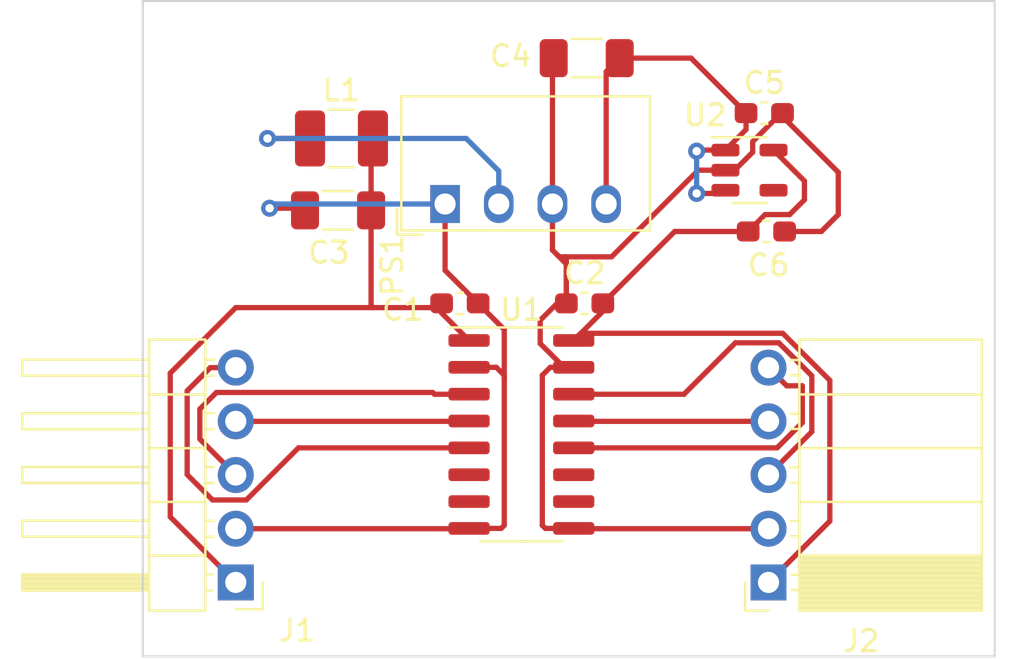
<source format=kicad_pcb>
(kicad_pcb (version 20211014) (generator pcbnew)
  (layers (0 "F.Cu" signal) (31 "B.Cu" signal) (34 "B.Paste" user) (35 "F.Paste" user) (36 "B.SilkS" user "B.Silkscreen") (37 "F.SilkS" user "F.Silkscreen") (38 "B.Mask" user) (39 "F.Mask" user) (44 "Edge.Cuts" user))
  (net 0 "")
  (net 1 "GNDPWR")
  (net 2 "Net-(J2-Pad3)")
  (net 3 "Net-(J2-Pad4)")
  (net 6 "GND")
  (net 8 "Net-(C4-Pad1)")
  (net 9 "Net-(J1-Pad3)")
  (net 10 "Net-(J1-Pad4)")
  (net 11 "Net-(J1-Pad5)")
  (net 13 "Net-(L1-Pad1)")
  (net 14 "VD")
  (net 15 "Net-(J2-Pad5)")
  (net 16 "+5V")
  (footprint "Capacitor_SMD:C_1206_3216Metric_Pad1.33x1.80mm_HandSolder" (layer "F.Cu") (at 167.7 72.7 180)
    (fp_text reference "C4" (at 3.6 0.1) (layer "F.SilkS"))
    (fp_text value "10uF")
    (fp_line (start -0.711252 -0.91) (end 0.711252 -0.91) (layer "F.SilkS") (width 0.12))
    (fp_line (start -0.711252 0.91) (end 0.711252 0.91) (layer "F.SilkS") (width 0.12))
    (pad "1" smd roundrect (at -1.5625 0 180) (size 1.325 1.8) (layers "F.Cu" "F.Paste" "F.Mask") (roundrect_rratio 0.1886792453) (net 8 "Net-(C4-Pad1)"))
    (pad "2" smd roundrect (at 1.5625 0 180) (size 1.325 1.8) (layers "F.Cu" "F.Paste" "F.Mask") (roundrect_rratio 0.1886792453) (net 6 "GND"))
  )
  (footprint "Package_SO:SOIC-16_3.9x9.9mm_P1.27mm" (layer "F.Cu") (at 164.61 90.5)
    (fp_text reference "U1" (at 0 -5.9) (layer "F.SilkS"))
    (fp_text value "pi141x3x")
    (fp_line (start 0 5.06) (end -1.95 5.06) (layer "F.SilkS") (width 0.12))
    (fp_line (start 0 -5.06) (end -3.45 -5.06) (layer "F.SilkS") (width 0.12))
    (fp_line (start 0 -5.06) (end 1.95 -5.06) (layer "F.SilkS") (width 0.12))
    (fp_line (start 0 5.06) (end 1.95 5.06) (layer "F.SilkS") (width 0.12))
    (pad "1" smd roundrect (at -2.475 -4.445) (size 1.95 0.6) (layers "F.Cu" "F.Paste" "F.Mask") (net 14 "VD"))
    (pad "2" smd roundrect (at -2.475 -3.175) (size 1.95 0.6) (layers "F.Cu" "F.Paste" "F.Mask") (net 1 "GNDPWR"))
    (pad "3" smd roundrect (at -2.475 -1.905) (size 1.95 0.6) (layers "F.Cu" "F.Paste" "F.Mask") (net 9 "Net-(J1-Pad3)"))
    (pad "4" smd roundrect (at -2.475 -0.635) (size 1.95 0.6) (layers "F.Cu" "F.Paste" "F.Mask") (net 10 "Net-(J1-Pad4)"))
    (pad "5" smd roundrect (at -2.475 0.635) (size 1.95 0.6) (layers "F.Cu" "F.Paste" "F.Mask") (net 11 "Net-(J1-Pad5)"))
    (pad "6" smd roundrect (at -2.475 1.905) (size 1.95 0.6) (layers "F.Cu" "F.Paste" "F.Mask"))
    (pad "7" smd roundrect (at -2.475 3.175) (size 1.95 0.6) (layers "F.Cu" "F.Paste" "F.Mask"))
    (pad "8" smd roundrect (at -2.475 4.445) (size 1.95 0.6) (layers "F.Cu" "F.Paste" "F.Mask") (net 1 "GNDPWR"))
    (pad "9" smd roundrect (at 2.475 4.445) (size 1.95 0.6) (layers "F.Cu" "F.Paste" "F.Mask") (net 6 "GND"))
    (pad "10" smd roundrect (at 2.475 3.175) (size 1.95 0.6) (layers "F.Cu" "F.Paste" "F.Mask"))
    (pad "11" smd roundrect (at 2.475 1.905) (size 1.95 0.6) (layers "F.Cu" "F.Paste" "F.Mask") (net 6 "GND"))
    (pad "12" smd roundrect (at 2.475 0.635) (size 1.95 0.6) (layers "F.Cu" "F.Paste" "F.Mask") (net 15 "Net-(J2-Pad5)"))
    (pad "13" smd roundrect (at 2.475 -0.635) (size 1.95 0.6) (layers "F.Cu" "F.Paste" "F.Mask") (net 3 "Net-(J2-Pad4)"))
    (pad "14" smd roundrect (at 2.475 -1.905) (size 1.95 0.6) (layers "F.Cu" "F.Paste" "F.Mask") (net 2 "Net-(J2-Pad3)"))
    (pad "15" smd roundrect (at 2.475 -3.175) (size 1.95 0.6) (layers "F.Cu" "F.Paste" "F.Mask") (net 6 "GND"))
    (pad "16" smd roundrect (at 2.475 -4.445) (size 1.95 0.6) (layers "F.Cu" "F.Paste" "F.Mask") (net 16 "+5V"))
  )
  (footprint "Connector_PinHeader_2.54mm:PinHeader_1x05_P2.54mm_Horizontal" (layer "F.Cu") (at 151.1 97.5 180)
    (fp_text reference "J1" (at -2.9 -2.27) (layer "F.SilkS"))
    (fp_text value "Conn_01x05_Male")
    (fp_line (start 4.1 2.16) (end 10.1 2.16) (layer "F.SilkS") (width 0.12))
    (fp_line (start 4.1 -1.33) (end 1.44 -1.33) (layer "F.SilkS") (width 0.12))
    (fp_line (start 4.1 4.7) (end 10.1 4.7) (layer "F.SilkS") (width 0.12))
    (fp_line (start 10.1 2.92) (end 4.1 2.92) (layer "F.SilkS") (width 0.12))
    (fp_line (start -1.27 -1.27) (end 0 -1.27) (layer "F.SilkS") (width 0.12))
    (fp_line (start 4.1 0.16) (end 10.1 0.16) (layer "F.SilkS") (width 0.12))
    (fp_line (start 10.1 4.7) (end 10.1 5.46) (layer "F.SilkS") (width 0.12))
    (fp_line (start 10.1 10.54) (end 4.1 10.54) (layer "F.SilkS") (width 0.12))
    (fp_line (start 1.44 -1.33) (end 1.44 11.49) (layer "F.SilkS") (width 0.12))
    (fp_line (start 1.44 11.49) (end 4.1 11.49) (layer "F.SilkS") (width 0.12))
    (fp_line (start 1.44 8.89) (end 4.1 8.89) (layer "F.SilkS") (width 0.12))
    (fp_line (start 1.042929 10.54) (end 1.44 10.54) (layer "F.SilkS") (width 0.12))
    (fp_line (start 10.1 9.78) (end 10.1 10.54) (layer "F.SilkS") (width 0.12))
    (fp_line (start 1.042929 2.92) (end 1.44 2.92) (layer "F.SilkS") (width 0.12))
    (fp_line (start 1.11 0.38) (end 1.44 0.38) (layer "F.SilkS") (width 0.12))
    (fp_line (start 1.042929 2.16) (end 1.44 2.16) (layer "F.SilkS") (width 0.12))
    (fp_line (start 4.1 0.28) (end 10.1 0.28) (layer "F.SilkS") (width 0.12))
    (fp_line (start 4.1 -0.38) (end 10.1 -0.38) (layer "F.SilkS") (width 0.12))
    (fp_line (start 10.1 0.38) (end 4.1 0.38) (layer "F.SilkS") (width 0.12))
    (fp_line (start 10.1 7.24) (end 10.1 8) (layer "F.SilkS") (width 0.12))
    (fp_line (start 4.1 11.49) (end 4.1 -1.33) (layer "F.SilkS") (width 0.12))
    (fp_line (start 4.1 0.04) (end 10.1 0.04) (layer "F.SilkS") (width 0.12))
    (fp_line (start 10.1 5.46) (end 4.1 5.46) (layer "F.SilkS") (width 0.12))
    (fp_line (start 1.44 6.35) (end 4.1 6.35) (layer "F.SilkS") (width 0.12))
    (fp_line (start 4.1 9.78) (end 10.1 9.78) (layer "F.SilkS") (width 0.12))
    (fp_line (start 1.44 1.27) (end 4.1 1.27) (layer "F.SilkS") (width 0.12))
    (fp_line (start 4.1 -0.32) (end 10.1 -0.32) (layer "F.SilkS") (width 0.12))
    (fp_line (start 4.1 -0.2) (end 10.1 -0.2) (layer "F.SilkS") (width 0.12))
    (fp_line (start 1.042929 7.24) (end 1.44 7.24) (layer "F.SilkS") (width 0.12))
    (fp_line (start 1.042929 8) (end 1.44 8) (layer "F.SilkS") (width 0.12))
    (fp_line (start 1.042929 4.7) (end 1.44 4.7) (layer "F.SilkS") (width 0.12))
    (fp_line (start 4.1 -0.08) (end 10.1 -0.08) (layer "F.SilkS") (width 0.12))
    (fp_line (start 1.11 -0.38) (end 1.44 -0.38) (layer "F.SilkS") (width 0.12))
    (fp_line (start 10.1 8) (end 4.1 8) (layer "F.SilkS") (width 0.12))
    (fp_line (start 10.1 -0.38) (end 10.1 0.38) (layer "F.SilkS") (width 0.12))
    (fp_line (start 1.042929 9.78) (end 1.44 9.78) (layer "F.SilkS") (width 0.12))
    (fp_line (start 1.042929 5.46) (end 1.44 5.46) (layer "F.SilkS") (width 0.12))
    (fp_line (start 10.1 2.16) (end 10.1 2.92) (layer "F.SilkS") (width 0.12))
    (fp_line (start 4.1 7.24) (end 10.1 7.24) (layer "F.SilkS") (width 0.12))
    (fp_line (start 1.44 3.81) (end 4.1 3.81) (layer "F.SilkS") (width 0.12))
    (fp_line (start -1.27 0) (end -1.27 -1.27) (layer "F.SilkS") (width 0.12))
    (pad "1" thru_hole rect (at 0 0 180) (size 1.7 1.7) (drill 1) (layers *.Cu *.Mask) (net 14 "VD"))
    (pad "2" thru_hole oval (at 0 2.54 180) (size 1.7 1.7) (drill 1) (layers *.Cu *.Mask) (net 1 "GNDPWR"))
    (pad "3" thru_hole oval (at 0 5.08 180) (size 1.7 1.7) (drill 1) (layers *.Cu *.Mask) (net 9 "Net-(J1-Pad3)"))
    (pad "4" thru_hole oval (at 0 7.62 180) (size 1.7 1.7) (drill 1) (layers *.Cu *.Mask) (net 10 "Net-(J1-Pad4)"))
    (pad "5" thru_hole oval (at 0 10.16 180) (size 1.7 1.7) (drill 1) (layers *.Cu *.Mask) (net 11 "Net-(J1-Pad5)"))
  )
  (footprint "Capacitor_SMD:C_0603_1608Metric_Pad1.08x0.95mm_HandSolder" (layer "F.Cu") (at 176.1 75.3)
    (fp_text reference "C5" (at 0 -1.43) (layer "F.SilkS"))
    (fp_text value "1uF")
    (fp_line (start -0.146267 0.51) (end 0.146267 0.51) (layer "F.SilkS") (width 0.12))
    (fp_line (start -0.146267 -0.51) (end 0.146267 -0.51) (layer "F.SilkS") (width 0.12))
    (pad "1" smd roundrect (at -0.8625 0) (size 1.075 0.95) (layers "F.Cu" "F.Paste" "F.Mask") (net 8 "Net-(C4-Pad1)"))
    (pad "2" smd roundrect (at 0.8625 0) (size 1.075 0.95) (layers "F.Cu" "F.Paste" "F.Mask") (net 6 "GND"))
  )
  (footprint "Capacitor_SMD:C_1206_3216Metric_Pad1.33x1.80mm_HandSolder" (layer "F.Cu") (at 155.9375 79.9 180)
    (fp_text reference "C3" (at 0.4375 -2) (layer "F.SilkS"))
    (fp_text value "4.7uF")
    (fp_line (start -0.711252 -0.91) (end 0.711252 -0.91) (layer "F.SilkS") (width 0.12))
    (fp_line (start -0.711252 0.91) (end 0.711252 0.91) (layer "F.SilkS") (width 0.12))
    (pad "1" smd roundrect (at -1.5625 0 180) (size 1.325 1.8) (layers "F.Cu" "F.Paste" "F.Mask") (roundrect_rratio 0.1886792453) (net 14 "VD"))
    (pad "2" smd roundrect (at 1.5625 0 180) (size 1.325 1.8) (layers "F.Cu" "F.Paste" "F.Mask") (roundrect_rratio 0.1886792453) (net 1 "GNDPWR"))
  )
  (footprint "Converter_DCDC:Converter_DCDC_Murata_CRE1xxxxxx3C_THT" (layer "F.Cu") (at 161 79.6 90)
    (fp_text reference "PS1" (at -2.9 -2.5 90) (layer "F.SilkS"))
    (fp_text value "B0305S-1WR2")
    (fp_line (start -1.45 -2.27) (end -1.45 -1.07) (layer "F.SilkS") (width 0.12))
    (fp_line (start -0.25 -2.27) (end -1.45 -2.27) (layer "F.SilkS") (width 0.12))
    (fp_line (start 5.09 9.7) (end -1.25 9.7) (layer "F.SilkS") (width 0.12))
    (fp_line (start -1.25 -2.07) (end -1.25 9.7) (layer "F.SilkS") (width 0.12))
    (fp_line (start 5.09 -2.07) (end -1.25 -2.07) (layer "F.SilkS") (width 0.12))
    (fp_line (start 5.09 -2.07) (end 5.09 9.7) (layer "F.SilkS") (width 0.12))
    (pad "1" thru_hole rect (at 0 0) (size 1.4 1.8) (drill 1) (layers *.Cu *.Mask) (net 1 "GNDPWR"))
    (pad "2" thru_hole oval (at 0 2.54) (size 1.4 1.8) (drill 1) (layers *.Cu *.Mask) (net 13 "Net-(L1-Pad1)"))
    (pad "3" thru_hole oval (at 0 5.08) (size 1.4 1.8) (drill 1) (layers *.Cu *.Mask) (net 6 "GND"))
    (pad "4" thru_hole oval (at 0 7.62) (size 1.4 1.8) (drill 1) (layers *.Cu *.Mask) (net 8 "Net-(C4-Pad1)"))
  )
  (footprint "Capacitor_SMD:C_0603_1608Metric_Pad1.08x0.95mm_HandSolder" (layer "F.Cu") (at 167.6 84.3)
    (fp_text reference "C2" (at 0 -1.43) (layer "F.SilkS"))
    (fp_text value "100nF")
    (fp_line (start -0.146267 -0.51) (end 0.146267 -0.51) (layer "F.SilkS") (width 0.12))
    (fp_line (start -0.146267 0.51) (end 0.146267 0.51) (layer "F.SilkS") (width 0.12))
    (pad "1" smd roundrect (at -0.8625 0) (size 1.075 0.95) (layers "F.Cu" "F.Paste" "F.Mask") (net 6 "GND"))
    (pad "2" smd roundrect (at 0.8625 0) (size 1.075 0.95) (layers "F.Cu" "F.Paste" "F.Mask") (net 16 "+5V"))
  )
  (footprint "Capacitor_SMD:C_0603_1608Metric_Pad1.08x0.95mm_HandSolder" (layer "F.Cu") (at 176.2 80.9)
    (fp_text reference "C6" (at 0.1 1.6) (layer "F.SilkS"))
    (fp_text value "1uF")
    (fp_line (start -0.146267 0.51) (end 0.146267 0.51) (layer "F.SilkS") (width 0.12))
    (fp_line (start -0.146267 -0.51) (end 0.146267 -0.51) (layer "F.SilkS") (width 0.12))
    (pad "1" smd roundrect (at -0.8625 0) (size 1.075 0.95) (layers "F.Cu" "F.Paste" "F.Mask") (net 16 "+5V"))
    (pad "2" smd roundrect (at 0.8625 0) (size 1.075 0.95) (layers "F.Cu" "F.Paste" "F.Mask") (net 6 "GND"))
  )
  (footprint "Capacitor_SMD:C_0603_1608Metric_Pad1.08x0.95mm_HandSolder" (layer "F.Cu") (at 161.7 84.3 180)
    (fp_text reference "C1" (at 2.7 -0.3) (layer "F.SilkS"))
    (fp_text value "100nF")
    (fp_line (start -0.146267 0.51) (end 0.146267 0.51) (layer "F.SilkS") (width 0.12))
    (fp_line (start -0.146267 -0.51) (end 0.146267 -0.51) (layer "F.SilkS") (width 0.12))
    (pad "1" smd roundrect (at -0.8625 0 180) (size 1.075 0.95) (layers "F.Cu" "F.Paste" "F.Mask") (net 1 "GNDPWR"))
    (pad "2" smd roundrect (at 0.8625 0 180) (size 1.075 0.95) (layers "F.Cu" "F.Paste" "F.Mask") (net 14 "VD"))
  )
  (footprint "Connector_PinSocket_2.54mm:PinSocket_1x05_P2.54mm_Horizontal" (layer "F.Cu") (at 176.3 97.5 180)
    (fp_text reference "J2" (at -4.38 -2.77) (layer "F.SilkS"))
    (fp_text value "Conn_01x05_Female")
    (fp_line (start -10.09 1.1519) (end -1.46 1.1519) (layer "F.SilkS") (width 0.12))
    (fp_line (start -10.09 -0.02905) (end -1.46 -0.02905) (layer "F.SilkS") (width 0.12))
    (fp_line (start -10.09 -1.33) (end -1.46 -1.33) (layer "F.SilkS") (width 0.12))
    (fp_line (start -1.46 7.98) (end -1.05 7.98) (layer "F.SilkS") (width 0.12))
    (fp_line (start -10.09 -0.855715) (end -1.46 -0.855715) (layer "F.SilkS") (width 0.12))
    (fp_line (start -10.09 3.81) (end -1.46 3.81) (layer "F.SilkS") (width 0.12))
    (fp_line (start -10.09 8.89) (end -1.46 8.89) (layer "F.SilkS") (width 0.12))
    (fp_line (start -10.09 -0.383335) (end -1.46 -0.383335) (layer "F.SilkS") (width 0.12))
    (fp_line (start -10.09 0.797615) (end -1.46 0.797615) (layer "F.SilkS") (width 0.12))
    (fp_line (start -10.09 0.089045) (end -1.46 0.089045) (layer "F.SilkS") (width 0.12))
    (fp_line (start -1.46 2.9) (end -1.05 2.9) (layer "F.SilkS") (width 0.12))
    (fp_line (start -1.46 9.8) (end -1.05 9.8) (layer "F.SilkS") (width 0.12))
    (fp_line (start 0 -1.33) (end 1.11 -1.33) (layer "F.SilkS") (width 0.12))
    (fp_line (start -1.46 2.18) (end -1.05 2.18) (layer "F.SilkS") (width 0.12))
    (fp_line (start 1.11 -1.33) (end 1.11 0) (layer "F.SilkS") (width 0.12))
    (fp_line (start -10.09 -0.147145) (end -1.46 -0.147145) (layer "F.SilkS") (width 0.12))
    (fp_line (start -10.09 -0.619525) (end -1.46 -0.619525) (layer "F.SilkS") (width 0.12))
    (fp_line (start -10.09 1.27) (end -1.46 1.27) (layer "F.SilkS") (width 0.12))
    (fp_line (start -1.46 -0.36) (end -1.11 -0.36) (layer "F.SilkS") (width 0.12))
    (fp_line (start -10.09 -0.50143) (end -1.46 -0.50143) (layer "F.SilkS") (width 0.12))
    (fp_line (start -1.46 10.52) (end -1.05 10.52) (layer "F.SilkS") (width 0.12))
    (fp_line (start -1.46 4.72) (end -1.05 4.72) (layer "F.SilkS") (width 0.12))
    (fp_line (start -10.09 0.561425) (end -1.46 0.561425) (layer "F.SilkS") (width 0.12))
    (fp_line (start -10.09 0.325235) (end -1.46 0.325235) (layer "F.SilkS") (width 0.12))
    (fp_line (start -10.09 -0.73762) (end -1.46 -0.73762) (layer "F.SilkS") (width 0.12))
    (fp_line (start -10.09 11.49) (end -1.46 11.49) (layer "F.SilkS") (width 0.12))
    (fp_line (start -10.09 -0.97381) (end -1.46 -0.97381) (layer "F.SilkS") (width 0.12))
    (fp_line (start -10.09 0.91571) (end -1.46 0.91571) (layer "F.SilkS") (width 0.12))
    (fp_line (start -10.09 -1.33) (end -10.09 11.49) (layer "F.SilkS") (width 0.12))
    (fp_line (start -1.46 5.44) (end -1.05 5.44) (layer "F.SilkS") (width 0.12))
    (fp_line (start -10.09 0.44333) (end -1.46 0.44333) (layer "F.SilkS") (width 0.12))
    (fp_line (start -1.46 7.26) (end -1.05 7.26) (layer "F.SilkS") (width 0.12))
    (fp_line (start -1.46 -1.33) (end -1.46 11.49) (layer "F.SilkS") (width 0.12))
    (fp_line (start -1.46 0.36) (end -1.11 0.36) (layer "F.SilkS") (width 0.12))
    (fp_line (start -10.09 -0.26524) (end -1.46 -0.26524) (layer "F.SilkS") (width 0.12))
    (fp_line (start -10.09 6.35) (end -1.46 6.35) (layer "F.SilkS") (width 0.12))
    (fp_line (start -10.09 -1.091905) (end -1.46 -1.091905) (layer "F.SilkS") (width 0.12))
    (fp_line (start -10.09 0.67952) (end -1.46 0.67952) (layer "F.SilkS") (width 0.12))
    (fp_line (start -10.09 1.033805) (end -1.46 1.033805) (layer "F.SilkS") (width 0.12))
    (fp_line (start -10.09 -1.21) (end -1.46 -1.21) (layer "F.SilkS") (width 0.12))
    (fp_line (start -10.09 0.20714) (end -1.46 0.20714) (layer "F.SilkS") (width 0.12))
    (pad "1" thru_hole rect (at 0 0 180) (size 1.7 1.7) (drill 1) (layers *.Cu *.Mask) (net 16 "+5V"))
    (pad "2" thru_hole oval (at 0 2.54 180) (size 1.7 1.7) (drill 1) (layers *.Cu *.Mask) (net 6 "GND"))
    (pad "3" thru_hole oval (at 0 5.08 180) (size 1.7 1.7) (drill 1) (layers *.Cu *.Mask) (net 2 "Net-(J2-Pad3)"))
    (pad "4" thru_hole oval (at 0 7.62 180) (size 1.7 1.7) (drill 1) (layers *.Cu *.Mask) (net 3 "Net-(J2-Pad4)"))
    (pad "5" thru_hole oval (at 0 10.16 180) (size 1.7 1.7) (drill 1) (layers *.Cu *.Mask) (net 15 "Net-(J2-Pad5)"))
  )
  (footprint "Package_TO_SOT_SMD:SOT-23-5" (layer "F.Cu") (at 175.4 78)
    (fp_text reference "U2" (at -2.1 -2.6) (layer "F.SilkS"))
    (fp_text value "~")
    (fp_line (start 0 -1.56) (end -1.8 -1.56) (layer "F.SilkS") (width 0.12))
    (fp_line (start 0 1.56) (end -0.8 1.56) (layer "F.SilkS") (width 0.12))
    (fp_line (start 0 -1.56) (end 0.8 -1.56) (layer "F.SilkS") (width 0.12))
    (fp_line (start 0 1.56) (end 0.8 1.56) (layer "F.SilkS") (width 0.12))
    (pad "1" smd roundrect (at -1.1375 -0.95) (size 1.325 0.6) (layers "F.Cu" "F.Paste" "F.Mask") (net 8 "Net-(C4-Pad1)"))
    (pad "2" smd roundrect (at -1.1375 0) (size 1.325 0.6) (layers "F.Cu" "F.Paste" "F.Mask") (net 6 "GND"))
    (pad "3" smd roundrect (at -1.1375 0.95) (size 1.325 0.6) (layers "F.Cu" "F.Paste" "F.Mask") (net 8 "Net-(C4-Pad1)"))
    (pad "4" smd roundrect (at 1.1375 0.95) (size 1.325 0.6) (layers "F.Cu" "F.Paste" "F.Mask"))
    (pad "5" smd roundrect (at 1.1375 -0.95) (size 1.325 0.6) (layers "F.Cu" "F.Paste" "F.Mask") (net 16 "+5V"))
  )
  (footprint "Inductor_SMD:L_1210_3225Metric_Pad1.42x2.65mm_HandSolder" (layer "F.Cu") (at 156.1 76.5)
    (fp_text reference "L1" (at 0 -2.28) (layer "F.SilkS"))
    (fp_text value "6.8uF")
    (fp_line (start -0.602064 -1.36) (end 0.602064 -1.36) (layer "F.SilkS") (width 0.12))
    (fp_line (start -0.602064 1.36) (end 0.602064 1.36) (layer "F.SilkS") (width 0.12))
    (pad "1" smd roundrect (at -1.4875 0) (size 1.425 2.65) (layers "F.Cu" "F.Paste" "F.Mask") (roundrect_rratio 0.1754392982) (net 13 "Net-(L1-Pad1)"))
    (pad "2" smd roundrect (at 1.4875 0) (size 1.425 2.65) (layers "F.Cu" "F.Paste" "F.Mask") (roundrect_rratio 0.1754392982) (net 14 "VD"))
  )
  (gr_rect (start 187 70) (end 146.7 101) (layer "Edge.Cuts") (width 0.1) (fill none))
  (segment (start 163.8 87.9) (end 163.8 94.8) (width 0.25) (layer "F.Cu") (net 1))
  (segment (start 162.135 87.325) (end 163.425 87.325) (width 0.25) (layer "F.Cu") (net 1))
  (segment (start 162.5625 84.3) (end 163.8 85.5375) (width 0.25) (layer "F.Cu") (net 1))
  (segment (start 163.8 94.8) (end 163.655 94.945) (width 0.25) (layer "F.Cu") (net 1))
  (segment (start 163.655 94.945) (end 162.135 94.945) (width 0.25) (layer "F.Cu") (net 1))
  (segment (start 152.7 79.8) (end 154.275 79.8) (width 0.25) (layer "F.Cu") (net 1))
  (segment (start 151.1 94.96) (end 162.12 94.96) (width 0.25) (layer "F.Cu") (net 1))
  (segment (start 163.425 87.325) (end 163.8 87.7) (width 0.25) (layer "F.Cu") (net 1))
  (segment (start 162.5625 84.3) (end 161 82.7375) (width 0.25) (layer "F.Cu") (net 1))
  (segment (start 163.8 87.7) (end 163.8 87.9) (width 0.25) (layer "F.Cu") (net 1))
  (segment (start 161 82.7375) (end 161 79.6) (width 0.25) (layer "F.Cu") (net 1))
  (segment (start 163.8 85.5375) (end 163.8 87.9) (width 0.25) (layer "F.Cu") (net 1))
  (via (at 152.7 79.8) (size 0.8) (drill 0.4) (layers "F.Cu" "B.Cu") (net 1))
  (segment (start 161 79.6) (end 152.9 79.6) (width 0.25) (layer "B.Cu") (net 1))
  (segment (start 152.9 79.6) (end 152.7 79.8) (width 0.25) (layer "B.Cu") (net 1))
  (segment (start 176.786499 86.165489) (end 174.734511 86.165489) (width 0.25) (layer "F.Cu") (net 2))
  (segment (start 174.734511 86.165489) (end 172.3 88.6) (width 0.25) (layer "F.Cu") (net 2))
  (segment (start 172.3 88.6) (end 167.09 88.6) (width 0.25) (layer "F.Cu") (net 2))
  (segment (start 176.3 92.42) (end 178.34952 90.37048) (width 0.25) (layer "F.Cu") (net 2))
  (segment (start 178.34952 90.37048) (end 178.34952 87.72851) (width 0.25) (layer "F.Cu") (net 2))
  (segment (start 178.34952 87.72851) (end 176.786499 86.165489) (width 0.25) (layer "F.Cu") (net 2))
  (segment (start 176.3 89.88) (end 167.1 89.88) (width 0.25) (layer "F.Cu") (net 3))
  (segment (start 165.6 94.8) (end 165.745 94.945) (width 0.25) (layer "F.Cu") (net 6))
  (segment (start 175.55048 77.14952) (end 175.55048 76.64952) (width 0.25) (layer "F.Cu") (net 6))
  (segment (start 172.975386 78) (end 168.875386 82.1) (width 0.25) (layer "F.Cu") (net 6))
  (segment (start 165.5 86.2) (end 166.625 87.325) (width 0.25) (layer "F.Cu") (net 6))
  (segment (start 168.875386 82.1) (end 166.7 82.1) (width 0.25) (layer "F.Cu") (net 6))
  (segment (start 176.3 94.96) (end 167.1 94.96) (width 0.25) (layer "F.Cu") (net 6))
  (segment (start 165.745 94.945) (end 167.085 94.945) (width 0.25) (layer "F.Cu") (net 6))
  (segment (start 166.7375 84.3) (end 166.7375 82.4375) (width 0.25) (layer "F.Cu") (net 6))
  (segment (start 179.6 78.1) (end 179.6 80.1) (width 0.25) (layer "F.Cu") (net 6))
  (segment (start 175.55048 76.64952) (end 176.9 75.3) (width 0.25) (layer "F.Cu") (net 6))
  (segment (start 166.08 72.7575) (end 166.08 79.6) (width 0.25) (layer "F.Cu") (net 6))
  (segment (start 174.2625 78) (end 172.975386 78) (width 0.25) (layer "F.Cu") (net 6))
  (segment (start 166.4 82.1) (end 166.3 82) (width 0.25) (layer "F.Cu") (net 6))
  (segment (start 174.7 78) (end 175.55048 77.14952) (width 0.25) (layer "F.Cu") (net 6))
  (segment (start 166.3 84.3) (end 165.5 85.1) (width 0.25) (layer "F.Cu") (net 6))
  (segment (start 166.7375 82.4375) (end 166.3 82) (width 0.25) (layer "F.Cu") (net 6))
  (segment (start 165.975 87.325) (end 165.6 87.7) (width 0.25) (layer "F.Cu") (net 6))
  (segment (start 166.3 82) (end 166.08 81.78) (width 0.25) (layer "F.Cu") (net 6))
  (segment (start 176.9625 75.4625) (end 179.6 78.1) (width 0.25) (layer "F.Cu") (net 6))
  (segment (start 165.5 85.1) (end 165.5 86.2) (width 0.25) (layer "F.Cu") (net 6))
  (segment (start 166.7375 84.3) (end 166.7375 82.1375) (width 0.25) (layer "F.Cu") (net 6))
  (segment (start 166.7375 84.3) (end 166.3 84.3) (width 0.25) (layer "F.Cu") (net 6))
  (segment (start 179.6 80.1) (end 178.8 80.9) (width 0.25) (layer "F.Cu") (net 6))
  (segment (start 165.6 87.7) (end 165.6 94.8) (width 0.25) (layer "F.Cu") (net 6))
  (segment (start 166.08 81.78) (end 166.08 79.6) (width 0.25) (layer "F.Cu") (net 6))
  (segment (start 166.7375 82.1375) (end 166.7 82.1) (width 0.25) (layer "F.Cu") (net 6))
  (segment (start 166.7 82.1) (end 166.4 82.1) (width 0.25) (layer "F.Cu") (net 6))
  (segment (start 167.085 87.325) (end 165.975 87.325) (width 0.25) (layer "F.Cu") (net 6))
  (segment (start 178.8 80.9) (end 177.0625 80.9) (width 0.25) (layer "F.Cu") (net 6))
  (segment (start 172.6375 72.7) (end 175.2375 75.3) (width 0.25) (layer "F.Cu") (net 8))
  (segment (start 172.95 77.05) (end 172.9 77.1) (width 0.25) (layer "F.Cu") (net 8))
  (segment (start 175.2375 76.075) (end 174.2625 77.05) (width 0.25) (layer "F.Cu") (net 8))
  (segment (start 168.62 79.6) (end 168.62 73.3425) (width 0.25) (layer "F.Cu") (net 8))
  (segment (start 174.2625 77.05) (end 172.95 77.05) (width 0.25) (layer "F.Cu") (net 8))
  (segment (start 175.2375 75.3) (end 175.2375 76.075) (width 0.25) (layer "F.Cu") (net 8))
  (segment (start 168.62 73.3425) (end 169.2625 72.7) (width 0.25) (layer "F.Cu") (net 8))
  (segment (start 169.2625 72.7) (end 172.6375 72.7) (width 0.25) (layer "F.Cu") (net 8))
  (segment (start 172.9 79.1) (end 174.1125 79.1) (width 0.25) (layer "F.Cu") (net 8))
  (via (at 172.9 77.1) (size 0.8) (drill 0.4) (layers "F.Cu" "B.Cu") (net 8))
  (via (at 172.9 79.1) (size 0.8) (drill 0.4) (layers "F.Cu" "B.Cu") (net 8))
  (segment (start 172.9 77.1) (end 172.9 79.1) (width 0.25) (layer "B.Cu") (net 8))
  (segment (start 160.5 88.6) (end 162.13 88.6) (width 0.25) (layer "F.Cu") (net 9))
  (segment (start 149.4 89.3) (end 150.185489 88.514511) (width 0.25) (layer "F.Cu") (net 9))
  (segment (start 150.185489 88.514511) (end 160.414511 88.514511) (width 0.25) (layer "F.Cu") (net 9))
  (segment (start 149.4 90.72) (end 149.4 89.3) (width 0.25) (layer "F.Cu") (net 9))
  (segment (start 160.414511 88.514511) (end 160.5 88.6) (width 0.25) (layer "F.Cu") (net 9))
  (segment (start 151.1 92.42) (end 149.4 90.72) (width 0.25) (layer "F.Cu") (net 9))
  (segment (start 151.1 89.88) (end 162.12 89.88) (width 0.25) (layer "F.Cu") (net 10))
  (segment (start 151.1 87.34) (end 149.897919 87.34) (width 0.25) (layer "F.Cu") (net 11))
  (segment (start 148.8 88.437919) (end 148.8 92.4) (width 0.25) (layer "F.Cu") (net 11))
  (segment (start 151.6 93.6) (end 154.065 91.135) (width 0.25) (layer "F.Cu") (net 11))
  (segment (start 154.065 91.135) (end 162.135 91.135) (width 0.25) (layer "F.Cu") (net 11))
  (segment (start 148.8 92.4) (end 150 93.6) (width 0.25) (layer "F.Cu") (net 11))
  (segment (start 149.897919 87.34) (end 148.8 88.437919) (width 0.25) (layer "F.Cu") (net 11))
  (segment (start 150 93.6) (end 151.6 93.6) (width 0.25) (layer "F.Cu") (net 11))
  (segment (start 154.6125 76.5) (end 152.6 76.5) (width 0.25) (layer "F.Cu") (net 13))
  (via (at 152.6 76.5) (size 0.8) (drill 0.4) (layers "F.Cu" "B.Cu") (net 13))
  (segment (start 162 76.5) (end 163.54 78.04) (width 0.25) (layer "B.Cu") (net 13))
  (segment (start 163.54 78.04) (end 163.54 79.6) (width 0.25) (layer "B.Cu") (net 13))
  (segment (start 152.6 76.5) (end 162 76.5) (width 0.25) (layer "B.Cu") (net 13))
  (segment (start 160.8375 84.3) (end 160.8375 84.7575) (width 0.25) (layer "F.Cu") (net 14))
  (segment (start 160.8375 84.7575) (end 162.135 86.055) (width 0.25) (layer "F.Cu") (net 14))
  (segment (start 157.5 84.4) (end 157.6 84.5) (width 0.25) (layer "F.Cu") (net 14))
  (segment (start 148 87.6) (end 151.1 84.5) (width 0.25) (layer "F.Cu") (net 14))
  (segment (start 157.6 84.5) (end 160.6375 84.5) (width 0.25) (layer "F.Cu") (net 14))
  (segment (start 148 94.4) (end 148 87.6) (width 0.25) (layer "F.Cu") (net 14))
  (segment (start 151.1 84.5) (end 157.6 84.5) (width 0.25) (layer "F.Cu") (net 14))
  (segment (start 157.5 79.9) (end 157.5 76.5875) (width 0.25) (layer "F.Cu") (net 14))
  (segment (start 151.1 97.5) (end 148 94.4) (width 0.25) (layer "F.Cu") (net 14))
  (segment (start 157.5 79.9) (end 157.5 84.4) (width 0.25) (layer "F.Cu") (net 14))
  (segment (start 177.9 89.94101) (end 177.9 88.2) (width 0.25) (layer "F.Cu") (net 15))
  (segment (start 176.70601 91.135) (end 177.9 89.94101) (width 0.25) (layer "F.Cu") (net 15))
  (segment (start 177.16 88.2) (end 176.3 87.34) (width 0.25) (layer "F.Cu") (net 15))
  (segment (start 177.9 88.2) (end 177.16 88.2) (width 0.25) (layer "F.Cu") (net 15))
  (segment (start 167.085 91.135) (end 176.70601 91.135) (width 0.25) (layer "F.Cu") (net 15))
  (segment (start 176.5375 77.05) (end 178 78.5125) (width 0.25) (layer "F.Cu") (net 16))
  (segment (start 177.29952 80.10048) (end 176.13702 80.10048) (width 0.25) (layer "F.Cu") (net 16))
  (segment (start 178 78.5125) (end 178 79.4) (width 0.25) (layer "F.Cu") (net 16))
  (segment (start 167.085 86.055) (end 167.424031 85.715969) (width 0.25) (layer "F.Cu") (net 16))
  (segment (start 179.2 94.6) (end 176.3 97.5) (width 0.25) (layer "F.Cu") (net 16))
  (segment (start 176.972697 85.715969) (end 179.2 87.943272) (width 0.25) (layer "F.Cu") (net 16))
  (segment (start 178 79.4) (end 177.29952 80.10048) (width 0.25) (layer "F.Cu") (net 16))
  (segment (start 175.3375 80.9) (end 171.8625 80.9) (width 0.25) (layer "F.Cu") (net 16))
  (segment (start 179.2 87.943272) (end 179.2 94.6) (width 0.25) (layer "F.Cu") (net 16))
  (segment (start 176.13702 80.10048) (end 175.3375 80.9) (width 0.25) (layer "F.Cu") (net 16))
  (segment (start 168.4625 84.6775) (end 167.085 86.055) (width 0.25) (layer "F.Cu") (net 16))
  (segment (start 171.8625 80.9) (end 168.4625 84.3) (width 0.25) (layer "F.Cu") (net 16))
  (segment (start 168.4625 84.3) (end 168.4625 84.6775) (width 0.25) (layer "F.Cu") (net 16))
  (segment (start 167.424031 85.715969) (end 176.972697 85.715969) (width 0.25) (layer "F.Cu") (net 16))
)
</source>
